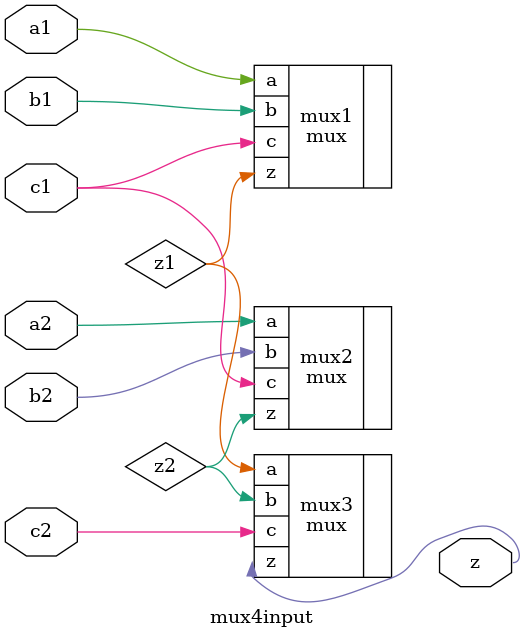
<source format=v>
`timescale 1ns/1ps

module mux4input(
	input a1,
	input b1,
	input a2,
	input b2,
	input c1,
	input c2,
	output wire z
);

	wire z1;
	wire z2;

	mux  mux1(
		.a(a1),
		.b(b1),
		.c(c1),
		.z(z1)
	);

	mux  mux2(
		.a(a2),
                .b(b2),
                .c(c1),
                .z(z2)
	);

	mux  mux3(
                .a(z1),
                .b(z2),
                .c(c2),
                .z(z)
        );

endmodule

</source>
